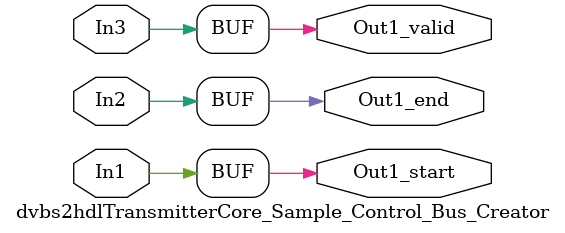
<source format=v>



`timescale 1 ns / 1 ns

module dvbs2hdlTransmitterCore_Sample_Control_Bus_Creator
          (In1,
           In2,
           In3,
           Out1_start,
           Out1_end,
           Out1_valid);


  input   In1;
  input   In2;
  input   In3;
  output  Out1_start;
  output  Out1_end;
  output  Out1_valid;




  assign Out1_start = In1;

  assign Out1_end = In2;

  assign Out1_valid = In3;

endmodule  // dvbs2hdlTransmitterCore_Sample_Control_Bus_Creator


</source>
